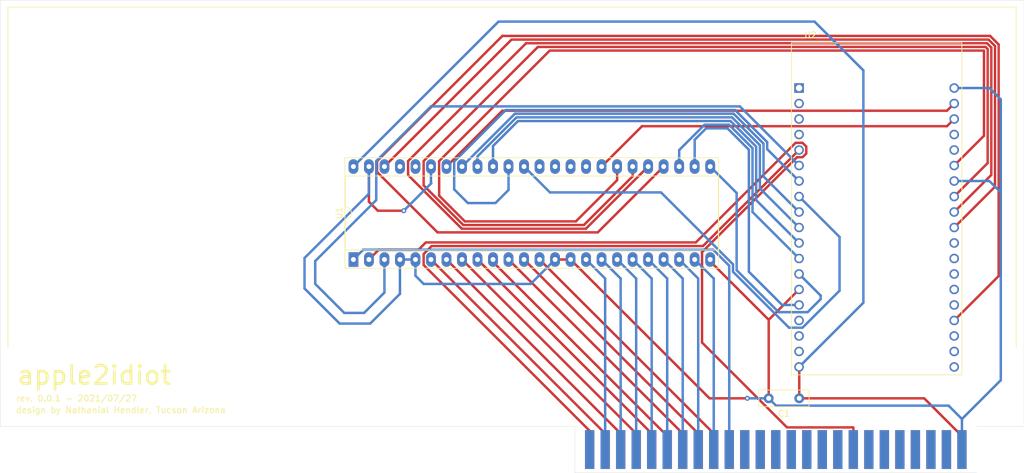
<source format=kicad_pcb>
(kicad_pcb (version 20171130) (host pcbnew 5.1.10-88a1d61d58~88~ubuntu18.04.1)

  (general
    (thickness 1.6)
    (drawings 13)
    (tracks 223)
    (zones 0)
    (modules 4)
    (nets 90)
  )

  (page A4)
  (title_block
    (title apple2idiot)
    (date 2021-07-27)
    (rev 1.0.1)
    (company "Nathanial Hendler")
  )

  (layers
    (0 F.Cu signal)
    (31 B.Cu signal)
    (32 B.Adhes user)
    (33 F.Adhes user)
    (34 B.Paste user)
    (35 F.Paste user)
    (36 B.SilkS user)
    (37 F.SilkS user hide)
    (38 B.Mask user)
    (39 F.Mask user)
    (40 Dwgs.User user)
    (41 Cmts.User user hide)
    (42 Eco1.User user hide)
    (43 Eco2.User user hide)
    (44 Edge.Cuts user)
    (45 Margin user)
    (46 B.CrtYd user)
    (47 F.CrtYd user)
    (48 B.Fab user)
    (49 F.Fab user)
  )

  (setup
    (last_trace_width 0.4)
    (user_trace_width 0.4)
    (user_trace_width 1)
    (trace_clearance 0.2)
    (zone_clearance 0.508)
    (zone_45_only no)
    (trace_min 0.2)
    (via_size 0.8)
    (via_drill 0.4)
    (via_min_size 0.4)
    (via_min_drill 0.3)
    (uvia_size 0.3)
    (uvia_drill 0.1)
    (uvias_allowed no)
    (uvia_min_size 0.2)
    (uvia_min_drill 0.1)
    (edge_width 0.05)
    (segment_width 0.2)
    (pcb_text_width 0.3)
    (pcb_text_size 1.5 1.5)
    (mod_edge_width 0.12)
    (mod_text_size 1 1)
    (mod_text_width 0.15)
    (pad_size 1.524 1.524)
    (pad_drill 0.762)
    (pad_to_mask_clearance 0.051)
    (solder_mask_min_width 0.25)
    (aux_axis_origin 0 0)
    (visible_elements FFFFFF7F)
    (pcbplotparams
      (layerselection 0x3ffff_ffffffff)
      (usegerberextensions false)
      (usegerberattributes false)
      (usegerberadvancedattributes false)
      (creategerberjobfile false)
      (excludeedgelayer true)
      (linewidth 0.100000)
      (plotframeref false)
      (viasonmask false)
      (mode 1)
      (useauxorigin false)
      (hpglpennumber 1)
      (hpglpenspeed 20)
      (hpglpendiameter 15.000000)
      (psnegative false)
      (psa4output false)
      (plotreference true)
      (plotvalue true)
      (plotinvisibletext false)
      (padsonsilk false)
      (subtractmaskfromsilk false)
      (outputformat 1)
      (mirror false)
      (drillshape 0)
      (scaleselection 1)
      (outputdirectory "gerber"))
  )

  (net 0 "")
  (net 1 /+12V)
  (net 2 /D0)
  (net 3 /D1)
  (net 4 /D2)
  (net 5 /D3)
  (net 6 /D4)
  (net 7 /D5)
  (net 8 /D6)
  (net 9 /D7)
  (net 10 /~DEVSEL)
  (net 11 /PHI0)
  (net 12 /USER1)
  (net 13 /PHI1)
  (net 14 /Q3)
  (net 15 /7M)
  (net 16 /COLORREF)
  (net 17 /-5V)
  (net 18 /-12V)
  (net 19 /~INH)
  (net 20 /~RES)
  (net 21 /~IRQ)
  (net 22 /~NMI)
  (net 23 /INTIN)
  (net 24 /DMAIN)
  (net 25 /~IOSEL)
  (net 26 /A0)
  (net 27 /A1)
  (net 28 /A2)
  (net 29 /A3)
  (net 30 /A4)
  (net 31 /A5)
  (net 32 /A6)
  (net 33 /A7)
  (net 34 /A8)
  (net 35 /A9)
  (net 36 /A10)
  (net 37 /A11)
  (net 38 /A12)
  (net 39 /A13)
  (net 40 /A14)
  (net 41 /A15)
  (net 42 /R~W)
  (net 43 /SYNC)
  (net 44 /~IOSTRB)
  (net 45 /RDY)
  (net 46 /~DMA)
  (net 47 /INTOUT)
  (net 48 /DMAOUT)
  (net 49 GND)
  (net 50 +5V)
  (net 51 "Net-(U1-Pad42)")
  (net 52 "Net-(U2-Pad36)")
  (net 53 "Net-(U2-Pad34)")
  (net 54 "Net-(U2-Pad33)")
  (net 55 "Net-(U2-Pad32)")
  (net 56 "Net-(U2-Pad31)")
  (net 57 "Net-(U2-Pad30)")
  (net 58 "Net-(U1-Pad46)")
  (net 59 "Net-(U1-Pad38)")
  (net 60 "Net-(U2-Pad24)")
  (net 61 "Net-(U2-Pad23)")
  (net 62 "Net-(U2-Pad18)")
  (net 63 "Net-(U2-Pad17)")
  (net 64 "Net-(U2-Pad16)")
  (net 65 "Net-(U1-Pad39)")
  (net 66 "Net-(U1-Pad40)")
  (net 67 "Net-(U1-Pad41)")
  (net 68 "Net-(U1-Pad3)")
  (net 69 "Net-(U1-Pad45)")
  (net 70 "Net-(U2-Pad4)")
  (net 71 "Net-(U2-Pad3)")
  (net 72 "Net-(U2-Pad2)")
  (net 73 "Net-(U1-Pad44)")
  (net 74 "Net-(U1-Pad37)")
  (net 75 "Net-(U1-Pad36)")
  (net 76 "Net-(U1-Pad35)")
  (net 77 "Net-(U1-Pad34)")
  (net 78 "Net-(U1-Pad33)")
  (net 79 "Net-(U1-Pad32)")
  (net 80 "Net-(U1-Pad31)")
  (net 81 "Net-(U1-Pad30)")
  (net 82 "Net-(U1-Pad29)")
  (net 83 "Net-(U1-Pad28)")
  (net 84 "Net-(U1-Pad27)")
  (net 85 "Net-(U1-Pad26)")
  (net 86 "Net-(U1-Pad25)")
  (net 87 "Net-(U2-Pad38)")
  (net 88 "Net-(U2-Pad37)")
  (net 89 "Net-(U2-Pad1)")

  (net_class Default "This is the default net class."
    (clearance 0.2)
    (trace_width 0.25)
    (via_dia 0.8)
    (via_drill 0.4)
    (uvia_dia 0.3)
    (uvia_drill 0.1)
    (add_net +5V)
    (add_net /+12V)
    (add_net /-12V)
    (add_net /-5V)
    (add_net /7M)
    (add_net /A0)
    (add_net /A1)
    (add_net /A10)
    (add_net /A11)
    (add_net /A12)
    (add_net /A13)
    (add_net /A14)
    (add_net /A15)
    (add_net /A2)
    (add_net /A3)
    (add_net /A4)
    (add_net /A5)
    (add_net /A6)
    (add_net /A7)
    (add_net /A8)
    (add_net /A9)
    (add_net /COLORREF)
    (add_net /D0)
    (add_net /D1)
    (add_net /D2)
    (add_net /D3)
    (add_net /D4)
    (add_net /D5)
    (add_net /D6)
    (add_net /D7)
    (add_net /DMAIN)
    (add_net /DMAOUT)
    (add_net /INTIN)
    (add_net /INTOUT)
    (add_net /PHI0)
    (add_net /PHI1)
    (add_net /Q3)
    (add_net /RDY)
    (add_net /R~W)
    (add_net /SYNC)
    (add_net /USER1)
    (add_net /~DEVSEL)
    (add_net /~DMA)
    (add_net /~INH)
    (add_net /~IOSEL)
    (add_net /~IOSTRB)
    (add_net /~IRQ)
    (add_net /~NMI)
    (add_net /~RES)
    (add_net GND)
    (add_net "Net-(U1-Pad25)")
    (add_net "Net-(U1-Pad26)")
    (add_net "Net-(U1-Pad27)")
    (add_net "Net-(U1-Pad28)")
    (add_net "Net-(U1-Pad29)")
    (add_net "Net-(U1-Pad3)")
    (add_net "Net-(U1-Pad30)")
    (add_net "Net-(U1-Pad31)")
    (add_net "Net-(U1-Pad32)")
    (add_net "Net-(U1-Pad33)")
    (add_net "Net-(U1-Pad34)")
    (add_net "Net-(U1-Pad35)")
    (add_net "Net-(U1-Pad36)")
    (add_net "Net-(U1-Pad37)")
    (add_net "Net-(U1-Pad38)")
    (add_net "Net-(U1-Pad39)")
    (add_net "Net-(U1-Pad40)")
    (add_net "Net-(U1-Pad41)")
    (add_net "Net-(U1-Pad42)")
    (add_net "Net-(U1-Pad44)")
    (add_net "Net-(U1-Pad45)")
    (add_net "Net-(U1-Pad46)")
    (add_net "Net-(U2-Pad1)")
    (add_net "Net-(U2-Pad16)")
    (add_net "Net-(U2-Pad17)")
    (add_net "Net-(U2-Pad18)")
    (add_net "Net-(U2-Pad2)")
    (add_net "Net-(U2-Pad23)")
    (add_net "Net-(U2-Pad24)")
    (add_net "Net-(U2-Pad3)")
    (add_net "Net-(U2-Pad30)")
    (add_net "Net-(U2-Pad31)")
    (add_net "Net-(U2-Pad32)")
    (add_net "Net-(U2-Pad33)")
    (add_net "Net-(U2-Pad34)")
    (add_net "Net-(U2-Pad36)")
    (add_net "Net-(U2-Pad37)")
    (add_net "Net-(U2-Pad38)")
    (add_net "Net-(U2-Pad4)")
  )

  (module ESPDEVKIT:MODULE_ESP32-DEVKITC-32D (layer F.Cu) (tedit 6100DBC9) (tstamp 61015E67)
    (at 217.17 88.9)
    (path /613EE5FC)
    (fp_text reference U2 (at -10.829175 -28.446045) (layer F.SilkS)
      (effects (font (size 1.000386 1.000386) (thickness 0.15)))
    )
    (fp_text value ESP32-DEVKITC-32D (at 1.24136 28.294535) (layer F.Fab)
      (effects (font (size 1.001047 1.001047) (thickness 0.15)))
    )
    (fp_circle (center -14.6 -19.9) (end -14.46 -19.9) (layer F.Fab) (width 0.28))
    (fp_circle (center -14.6 -19.9) (end -14.46 -19.9) (layer F.Fab) (width 0.28))
    (fp_line (start -14.2 27.5) (end -14.2 -27.4) (layer F.CrtYd) (width 0.05))
    (fp_line (start 14.2 27.5) (end -14.2 27.5) (layer F.CrtYd) (width 0.05))
    (fp_line (start 14.2 -27.4) (end 14.2 27.5) (layer F.CrtYd) (width 0.05))
    (fp_line (start -14.2 -27.4) (end 14.2 -27.4) (layer F.CrtYd) (width 0.05))
    (fp_line (start 13.95 27.25) (end -13.95 27.25) (layer F.SilkS) (width 0.127))
    (fp_line (start 13.95 -27.15) (end 13.95 27.25) (layer F.SilkS) (width 0.127))
    (fp_line (start -13.95 -27.15) (end 13.95 -27.15) (layer F.SilkS) (width 0.127))
    (fp_line (start -13.95 27.25) (end -13.95 -27.15) (layer F.SilkS) (width 0.127))
    (fp_line (start -13.95 27.25) (end -13.95 -27.15) (layer F.Fab) (width 0.127))
    (fp_line (start 13.95 27.25) (end -13.95 27.25) (layer F.Fab) (width 0.127))
    (fp_line (start 13.95 -27.15) (end 13.95 27.25) (layer F.Fab) (width 0.127))
    (fp_line (start -13.95 -27.15) (end 13.95 -27.15) (layer F.Fab) (width 0.127))
    (pad 38 thru_hole circle (at 12.7 25.96) (size 1.56 1.56) (drill 1.04) (layers *.Cu *.Mask)
      (net 87 "Net-(U2-Pad38)"))
    (pad 37 thru_hole circle (at 12.7 23.42) (size 1.56 1.56) (drill 1.04) (layers *.Cu *.Mask)
      (net 88 "Net-(U2-Pad37)"))
    (pad 36 thru_hole circle (at 12.7 20.88) (size 1.56 1.56) (drill 1.04) (layers *.Cu *.Mask)
      (net 52 "Net-(U2-Pad36)"))
    (pad 35 thru_hole circle (at 12.7 18.34) (size 1.56 1.56) (drill 1.04) (layers *.Cu *.Mask)
      (net 83 "Net-(U1-Pad28)"))
    (pad 34 thru_hole circle (at 12.7 15.8) (size 1.56 1.56) (drill 1.04) (layers *.Cu *.Mask)
      (net 53 "Net-(U2-Pad34)"))
    (pad 33 thru_hole circle (at 12.7 13.26) (size 1.56 1.56) (drill 1.04) (layers *.Cu *.Mask)
      (net 54 "Net-(U2-Pad33)"))
    (pad 32 thru_hole circle (at 12.7 10.72) (size 1.56 1.56) (drill 1.04) (layers *.Cu *.Mask)
      (net 55 "Net-(U2-Pad32)"))
    (pad 31 thru_hole circle (at 12.7 8.18) (size 1.56 1.56) (drill 1.04) (layers *.Cu *.Mask)
      (net 56 "Net-(U2-Pad31)"))
    (pad 30 thru_hole circle (at 12.7 5.64) (size 1.56 1.56) (drill 1.04) (layers *.Cu *.Mask)
      (net 57 "Net-(U2-Pad30)"))
    (pad 29 thru_hole circle (at 12.7 3.1) (size 1.56 1.56) (drill 1.04) (layers *.Cu *.Mask)
      (net 58 "Net-(U1-Pad46)"))
    (pad 28 thru_hole circle (at 12.7 0.56) (size 1.56 1.56) (drill 1.04) (layers *.Cu *.Mask)
      (net 82 "Net-(U1-Pad29)"))
    (pad 27 thru_hole circle (at 12.7 -1.98) (size 1.56 1.56) (drill 1.04) (layers *.Cu *.Mask)
      (net 81 "Net-(U1-Pad30)"))
    (pad 26 thru_hole circle (at 12.7 -4.52) (size 1.56 1.56) (drill 1.04) (layers *.Cu *.Mask)
      (net 49 GND))
    (pad 25 thru_hole circle (at 12.7 -7.06) (size 1.56 1.56) (drill 1.04) (layers *.Cu *.Mask)
      (net 80 "Net-(U1-Pad31)"))
    (pad 24 thru_hole circle (at 12.7 -9.6) (size 1.56 1.56) (drill 1.04) (layers *.Cu *.Mask)
      (net 60 "Net-(U2-Pad24)"))
    (pad 23 thru_hole circle (at 12.7 -12.14) (size 1.56 1.56) (drill 1.04) (layers *.Cu *.Mask)
      (net 61 "Net-(U2-Pad23)"))
    (pad 22 thru_hole circle (at 12.7 -14.68) (size 1.56 1.56) (drill 1.04) (layers *.Cu *.Mask)
      (net 79 "Net-(U1-Pad32)"))
    (pad 21 thru_hole circle (at 12.7 -17.22) (size 1.56 1.56) (drill 1.04) (layers *.Cu *.Mask)
      (net 51 "Net-(U1-Pad42)"))
    (pad 20 thru_hole circle (at 12.7 -19.76) (size 1.56 1.56) (drill 1.04) (layers *.Cu *.Mask)
      (net 49 GND))
    (pad 18 thru_hole circle (at -12.7 23.42) (size 1.56 1.56) (drill 1.04) (layers *.Cu *.Mask)
      (net 62 "Net-(U2-Pad18)"))
    (pad 17 thru_hole circle (at -12.7 20.88) (size 1.56 1.56) (drill 1.04) (layers *.Cu *.Mask)
      (net 63 "Net-(U2-Pad17)"))
    (pad 16 thru_hole circle (at -12.7 18.34) (size 1.56 1.56) (drill 1.04) (layers *.Cu *.Mask)
      (net 64 "Net-(U2-Pad16)"))
    (pad 15 thru_hole circle (at -12.7 15.8) (size 1.56 1.56) (drill 1.04) (layers *.Cu *.Mask)
      (net 85 "Net-(U1-Pad26)"))
    (pad 14 thru_hole circle (at -12.7 13.26) (size 1.56 1.56) (drill 1.04) (layers *.Cu *.Mask)
      (net 49 GND))
    (pad 13 thru_hole circle (at -12.7 10.72) (size 1.56 1.56) (drill 1.04) (layers *.Cu *.Mask)
      (net 86 "Net-(U1-Pad25)"))
    (pad 12 thru_hole circle (at -12.7 8.18) (size 1.56 1.56) (drill 1.04) (layers *.Cu *.Mask)
      (net 84 "Net-(U1-Pad27)"))
    (pad 11 thru_hole circle (at -12.7 5.64) (size 1.56 1.56) (drill 1.04) (layers *.Cu *.Mask)
      (net 65 "Net-(U1-Pad39)"))
    (pad 10 thru_hole circle (at -12.7 3.1) (size 1.56 1.56) (drill 1.04) (layers *.Cu *.Mask)
      (net 66 "Net-(U1-Pad40)"))
    (pad 9 thru_hole circle (at -12.7 0.56) (size 1.56 1.56) (drill 1.04) (layers *.Cu *.Mask)
      (net 67 "Net-(U1-Pad41)"))
    (pad 8 thru_hole circle (at -12.7 -1.98) (size 1.56 1.56) (drill 1.04) (layers *.Cu *.Mask)
      (net 74 "Net-(U1-Pad37)"))
    (pad 7 thru_hole circle (at -12.7 -4.52) (size 1.56 1.56) (drill 1.04) (layers *.Cu *.Mask)
      (net 59 "Net-(U1-Pad38)"))
    (pad 6 thru_hole circle (at -12.7 -7.06) (size 1.56 1.56) (drill 1.04) (layers *.Cu *.Mask)
      (net 68 "Net-(U1-Pad3)"))
    (pad 5 thru_hole circle (at -12.7 -9.6) (size 1.56 1.56) (drill 1.04) (layers *.Cu *.Mask)
      (net 25 /~IOSEL))
    (pad 4 thru_hole circle (at -12.7 -12.14) (size 1.56 1.56) (drill 1.04) (layers *.Cu *.Mask)
      (net 70 "Net-(U2-Pad4)"))
    (pad 3 thru_hole circle (at -12.7 -14.68) (size 1.56 1.56) (drill 1.04) (layers *.Cu *.Mask)
      (net 71 "Net-(U2-Pad3)"))
    (pad 19 thru_hole circle (at -12.7 25.96) (size 1.56 1.56) (drill 1.04) (layers *.Cu *.Mask)
      (net 50 +5V))
    (pad 2 thru_hole circle (at -12.7 -17.22) (size 1.56 1.56) (drill 1.04) (layers *.Cu *.Mask)
      (net 72 "Net-(U2-Pad2)"))
    (pad 1 thru_hole rect (at -12.7 -19.76) (size 1.56 1.56) (drill 1.04) (layers *.Cu *.Mask)
      (net 89 "Net-(U2-Pad1)"))
  )

  (module pub:AppleIIBus (layer F.Cu) (tedit 5E4F43C2) (tstamp 5E33EA12)
    (at 200.66 128.397)
    (path /5E339C7A)
    (fp_text reference J1 (at 0 -5.08) (layer F.SilkS) hide
      (effects (font (size 1 1) (thickness 0.15)))
    )
    (fp_text value "CARD EDGE" (at 25.4 -5.08) (layer F.Fab)
      (effects (font (size 1 1) (thickness 0.15)))
    )
    (fp_poly (pts (xy -32.893 -3.81) (xy -32.893 3.81) (xy -31.877 3.81) (xy -31.877 -3.81)) (layer F.Mask) (width 0))
    (fp_poly (pts (xy 32.893 -3.81) (xy 31.877 -3.81) (xy 31.877 3.81) (xy 32.893 3.81)) (layer F.Mask) (width 0))
    (fp_poly (pts (xy -32.893 -3.81) (xy -32.893 3.81) (xy -31.877 3.81) (xy -31.877 -3.81)) (layer B.Mask) (width 0))
    (fp_poly (pts (xy 32.893 -3.81) (xy 31.877 -3.81) (xy 31.877 3.81) (xy 32.893 3.81)) (layer B.Mask) (width 0))
    (pad 26 smd rect (at 30.48 0) (size 1.524 6.35) (layers B.Cu B.Mask)
      (net 49 GND) (solder_mask_margin 0.635) (clearance 0.254))
    (pad 27 smd rect (at 27.94 0) (size 1.524 6.35) (layers B.Cu B.Mask)
      (net 24 /DMAIN) (solder_mask_margin 0.635) (clearance 0.254))
    (pad 28 smd rect (at 25.4 0) (size 1.524 6.35) (layers B.Cu B.Mask)
      (net 23 /INTIN) (solder_mask_margin 0.635) (clearance 0.254))
    (pad 29 smd rect (at 22.86 0) (size 1.524 6.35) (layers B.Cu B.Mask)
      (net 22 /~NMI) (solder_mask_margin 0.635) (clearance 0.254))
    (pad 30 smd rect (at 20.32 0) (size 1.524 6.35) (layers B.Cu B.Mask)
      (net 21 /~IRQ) (solder_mask_margin 0.635) (clearance 0.254))
    (pad 31 smd rect (at 17.78 0) (size 1.524 6.35) (layers B.Cu B.Mask)
      (net 20 /~RES) (solder_mask_margin 0.635) (clearance 0.254))
    (pad 32 smd rect (at 15.24 0) (size 1.524 6.35) (layers B.Cu B.Mask)
      (net 19 /~INH) (solder_mask_margin 0.635) (clearance 0.254))
    (pad 33 smd rect (at 12.7 0) (size 1.524 6.35) (layers B.Cu B.Mask)
      (net 18 /-12V) (solder_mask_margin 0.635) (clearance 0.254))
    (pad 34 smd rect (at 10.16 0) (size 1.524 6.35) (layers B.Cu B.Mask)
      (net 17 /-5V) (solder_mask_margin 0.635) (clearance 0.254))
    (pad 35 smd rect (at 7.62 0) (size 1.524 6.35) (layers B.Cu B.Mask)
      (net 16 /COLORREF) (solder_mask_margin 0.635) (clearance 0.254))
    (pad 36 smd rect (at 5.08 0) (size 1.524 6.35) (layers B.Cu B.Mask)
      (net 15 /7M) (solder_mask_margin 0.635) (clearance 0.254))
    (pad 37 smd rect (at 2.54 0) (size 1.524 6.35) (layers B.Cu B.Mask)
      (net 14 /Q3) (solder_mask_margin 0.635) (clearance 0.254))
    (pad 38 smd rect (at 0 0) (size 1.524 6.35) (layers B.Cu B.Mask)
      (net 13 /PHI1) (solder_mask_margin 0.635) (clearance 0.254))
    (pad 39 smd rect (at -2.54 0) (size 1.524 6.35) (layers B.Cu B.Mask)
      (net 12 /USER1) (solder_mask_margin 0.635) (clearance 0.254))
    (pad 40 smd rect (at -5.08 0) (size 1.524 6.35) (layers B.Cu B.Mask)
      (net 11 /PHI0) (solder_mask_margin 0.635) (clearance 0.254))
    (pad 41 smd rect (at -7.62 0) (size 1.524 6.35) (layers B.Cu B.Mask)
      (net 10 /~DEVSEL) (solder_mask_margin 0.635) (clearance 0.254))
    (pad 42 smd rect (at -10.16 0) (size 1.524 6.35) (layers B.Cu B.Mask)
      (net 9 /D7) (solder_mask_margin 0.635) (clearance 0.254))
    (pad 43 smd rect (at -12.7 0) (size 1.524 6.35) (layers B.Cu B.Mask)
      (net 8 /D6) (solder_mask_margin 0.635) (clearance 0.254))
    (pad 44 smd rect (at -15.24 0) (size 1.524 6.35) (layers B.Cu B.Mask)
      (net 7 /D5) (solder_mask_margin 0.635) (clearance 0.254))
    (pad 45 smd rect (at -17.78 0) (size 1.524 6.35) (layers B.Cu B.Mask)
      (net 6 /D4) (solder_mask_margin 0.635) (clearance 0.254))
    (pad 46 smd rect (at -20.32 0) (size 1.524 6.35) (layers B.Cu B.Mask)
      (net 5 /D3) (solder_mask_margin 0.635) (clearance 0.254))
    (pad 47 smd rect (at -22.86 0) (size 1.524 6.35) (layers B.Cu B.Mask)
      (net 4 /D2) (solder_mask_margin 0.635) (clearance 0.254))
    (pad 48 smd rect (at -25.4 0) (size 1.524 6.35) (layers B.Cu B.Mask)
      (net 3 /D1) (solder_mask_margin 0.635) (clearance 0.254))
    (pad 49 smd rect (at -27.94 0) (size 1.524 6.35) (layers B.Cu B.Mask)
      (net 2 /D0) (solder_mask_margin 0.635) (clearance 0.254))
    (pad 50 smd rect (at -30.48 0) (size 1.524 6.35) (layers B.Cu B.Mask)
      (net 1 /+12V) (solder_mask_margin 0.635) (clearance 0.254))
    (pad 25 smd rect (at 30.48 0) (size 1.524 6.35) (layers F.Cu F.Mask)
      (net 50 +5V) (solder_mask_margin 0.635) (clearance 0.254))
    (pad 24 smd rect (at 27.94 0) (size 1.524 6.35) (layers F.Cu F.Mask)
      (net 48 /DMAOUT) (solder_mask_margin 0.635) (clearance 0.254))
    (pad 23 smd rect (at 25.4 0) (size 1.524 6.35) (layers F.Cu F.Mask)
      (net 47 /INTOUT) (solder_mask_margin 0.635) (clearance 0.254))
    (pad 22 smd rect (at 22.86 0) (size 1.524 6.35) (layers F.Cu F.Mask)
      (net 46 /~DMA) (solder_mask_margin 0.635) (clearance 0.254))
    (pad 21 smd rect (at 20.32 0) (size 1.524 6.35) (layers F.Cu F.Mask)
      (net 45 /RDY) (solder_mask_margin 0.635) (clearance 0.254))
    (pad 20 smd rect (at 17.78 0) (size 1.524 6.35) (layers F.Cu F.Mask)
      (net 44 /~IOSTRB) (solder_mask_margin 0.635) (clearance 0.254))
    (pad 19 smd rect (at 15.24 0) (size 1.524 6.35) (layers F.Cu F.Mask)
      (net 43 /SYNC) (solder_mask_margin 0.635) (clearance 0.254))
    (pad 18 smd rect (at 12.7 0) (size 1.524 6.35) (layers F.Cu F.Mask)
      (net 42 /R~W) (solder_mask_margin 0.635) (clearance 0.254))
    (pad 17 smd rect (at 10.16 0) (size 1.524 6.35) (layers F.Cu F.Mask)
      (net 41 /A15) (solder_mask_margin 0.635) (clearance 0.254))
    (pad 16 smd rect (at 7.62 0) (size 1.524 6.35) (layers F.Cu F.Mask)
      (net 40 /A14) (solder_mask_margin 0.635) (clearance 0.254))
    (pad 15 smd rect (at 5.08 0) (size 1.524 6.35) (layers F.Cu F.Mask)
      (net 39 /A13) (solder_mask_margin 0.635) (clearance 0.254))
    (pad 14 smd rect (at 2.54 0) (size 1.524 6.35) (layers F.Cu F.Mask)
      (net 38 /A12) (solder_mask_margin 0.635) (clearance 0.254))
    (pad 13 smd rect (at 0 0) (size 1.524 6.35) (layers F.Cu F.Mask)
      (net 37 /A11) (solder_mask_margin 0.635) (clearance 0.254))
    (pad 12 smd rect (at -2.54 0) (size 1.524 6.35) (layers F.Cu F.Mask)
      (net 36 /A10) (solder_mask_margin 0.635) (clearance 0.254))
    (pad 11 smd rect (at -5.08 0) (size 1.524 6.35) (layers F.Cu F.Mask)
      (net 35 /A9) (solder_mask_margin 0.635) (clearance 0.254))
    (pad 10 smd rect (at -7.62 0) (size 1.524 6.35) (layers F.Cu F.Mask)
      (net 34 /A8) (solder_mask_margin 0.635) (clearance 0.254))
    (pad 9 smd rect (at -10.16 0) (size 1.524 6.35) (layers F.Cu F.Mask)
      (net 33 /A7) (solder_mask_margin 0.635) (clearance 0.254))
    (pad 8 smd rect (at -12.7 0) (size 1.524 6.35) (layers F.Cu F.Mask)
      (net 32 /A6) (solder_mask_margin 0.635) (clearance 0.254))
    (pad 7 smd rect (at -15.24 0) (size 1.524 6.35) (layers F.Cu F.Mask)
      (net 31 /A5) (solder_mask_margin 0.635) (clearance 0.254))
    (pad 6 smd rect (at -17.78 0) (size 1.524 6.35) (layers F.Cu F.Mask)
      (net 30 /A4) (solder_mask_margin 0.635) (clearance 0.254))
    (pad 5 smd rect (at -20.32 0) (size 1.524 6.35) (layers F.Cu F.Mask)
      (net 29 /A3) (solder_mask_margin 0.635) (clearance 0.254))
    (pad 4 smd rect (at -22.86 0) (size 1.524 6.35) (layers F.Cu F.Mask)
      (net 28 /A2) (solder_mask_margin 0.635) (clearance 0.254))
    (pad 3 smd rect (at -25.4 0) (size 1.524 6.35) (layers F.Cu F.Mask)
      (net 27 /A1) (solder_mask_margin 0.635) (clearance 0.254))
    (pad 2 smd rect (at -27.94 0) (size 1.524 6.35) (layers F.Cu F.Mask)
      (net 26 /A0) (solder_mask_margin 0.635) (clearance 0.254))
    (pad 1 smd rect (at -30.48 0) (size 1.524 6.35) (layers F.Cu F.Mask)
      (net 25 /~IOSEL) (solder_mask_margin 0.635) (clearance 0.254))
  )

  (module Capacitor_THT:C_Disc_D8.0mm_W2.5mm_P5.00mm (layer F.Cu) (tedit 5AE50EF0) (tstamp 61017937)
    (at 204.5 120 180)
    (descr "C, Disc series, Radial, pin pitch=5.00mm, , diameter*width=8*2.5mm^2, Capacitor, http://cdn-reichelt.de/documents/datenblatt/B300/DS_KERKO_TC.pdf")
    (tags "C Disc series Radial pin pitch 5.00mm  diameter 8mm width 2.5mm Capacitor")
    (path /6103513B)
    (fp_text reference C1 (at 2.5 -2.5) (layer F.SilkS)
      (effects (font (size 1 1) (thickness 0.15)))
    )
    (fp_text value C (at 2.5 2.5) (layer F.Fab)
      (effects (font (size 1 1) (thickness 0.15)))
    )
    (fp_line (start -1.5 -1.25) (end -1.5 1.25) (layer F.Fab) (width 0.1))
    (fp_line (start -1.5 1.25) (end 6.5 1.25) (layer F.Fab) (width 0.1))
    (fp_line (start 6.5 1.25) (end 6.5 -1.25) (layer F.Fab) (width 0.1))
    (fp_line (start 6.5 -1.25) (end -1.5 -1.25) (layer F.Fab) (width 0.1))
    (fp_line (start -1.62 -1.37) (end 6.62 -1.37) (layer F.SilkS) (width 0.12))
    (fp_line (start -1.62 1.37) (end 6.62 1.37) (layer F.SilkS) (width 0.12))
    (fp_line (start -1.62 -1.37) (end -1.62 1.37) (layer F.SilkS) (width 0.12))
    (fp_line (start 6.62 -1.37) (end 6.62 1.37) (layer F.SilkS) (width 0.12))
    (fp_line (start -1.75 -1.5) (end -1.75 1.5) (layer F.CrtYd) (width 0.05))
    (fp_line (start -1.75 1.5) (end 6.75 1.5) (layer F.CrtYd) (width 0.05))
    (fp_line (start 6.75 1.5) (end 6.75 -1.5) (layer F.CrtYd) (width 0.05))
    (fp_line (start 6.75 -1.5) (end -1.75 -1.5) (layer F.CrtYd) (width 0.05))
    (fp_text user %R (at 2.5 0) (layer F.Fab)
      (effects (font (size 1 1) (thickness 0.15)))
    )
    (pad 2 thru_hole circle (at 5 0 180) (size 1.6 1.6) (drill 0.8) (layers *.Cu *.Mask)
      (net 49 GND))
    (pad 1 thru_hole circle (at 0 0 180) (size 1.6 1.6) (drill 0.8) (layers *.Cu *.Mask)
      (net 50 +5V))
    (model ${KISYS3DMOD}/Capacitor_THT.3dshapes/C_Disc_D8.0mm_W2.5mm_P5.00mm.wrl
      (at (xyz 0 0 0))
      (scale (xyz 1 1 1))
      (rotate (xyz 0 0 0))
    )
  )

  (module Package_DIP:DIP-48_W15.24mm_Socket_LongPads (layer F.Cu) (tedit 5A02E8C5) (tstamp 6101CB7E)
    (at 131.5 97.25 90)
    (descr "48-lead though-hole mounted DIP package, row spacing 15.24 mm (600 mils), Socket, LongPads")
    (tags "THT DIP DIL PDIP 2.54mm 15.24mm 600mil Socket LongPads")
    (path /6102DC5C)
    (fp_text reference U1 (at 7.62 -2.33 90) (layer F.SilkS)
      (effects (font (size 1 1) (thickness 0.15)))
    )
    (fp_text value IDT7132 (at 7.62 60.75 90) (layer F.Fab)
      (effects (font (size 1 1) (thickness 0.15)))
    )
    (fp_line (start 1.255 -1.27) (end 14.985 -1.27) (layer F.Fab) (width 0.1))
    (fp_line (start 14.985 -1.27) (end 14.985 59.69) (layer F.Fab) (width 0.1))
    (fp_line (start 14.985 59.69) (end 0.255 59.69) (layer F.Fab) (width 0.1))
    (fp_line (start 0.255 59.69) (end 0.255 -0.27) (layer F.Fab) (width 0.1))
    (fp_line (start 0.255 -0.27) (end 1.255 -1.27) (layer F.Fab) (width 0.1))
    (fp_line (start -1.27 -1.33) (end -1.27 59.75) (layer F.Fab) (width 0.1))
    (fp_line (start -1.27 59.75) (end 16.51 59.75) (layer F.Fab) (width 0.1))
    (fp_line (start 16.51 59.75) (end 16.51 -1.33) (layer F.Fab) (width 0.1))
    (fp_line (start 16.51 -1.33) (end -1.27 -1.33) (layer F.Fab) (width 0.1))
    (fp_line (start 6.62 -1.33) (end 1.56 -1.33) (layer F.SilkS) (width 0.12))
    (fp_line (start 1.56 -1.33) (end 1.56 59.75) (layer F.SilkS) (width 0.12))
    (fp_line (start 1.56 59.75) (end 13.68 59.75) (layer F.SilkS) (width 0.12))
    (fp_line (start 13.68 59.75) (end 13.68 -1.33) (layer F.SilkS) (width 0.12))
    (fp_line (start 13.68 -1.33) (end 8.62 -1.33) (layer F.SilkS) (width 0.12))
    (fp_line (start -1.44 -1.39) (end -1.44 59.81) (layer F.SilkS) (width 0.12))
    (fp_line (start -1.44 59.81) (end 16.68 59.81) (layer F.SilkS) (width 0.12))
    (fp_line (start 16.68 59.81) (end 16.68 -1.39) (layer F.SilkS) (width 0.12))
    (fp_line (start 16.68 -1.39) (end -1.44 -1.39) (layer F.SilkS) (width 0.12))
    (fp_line (start -1.55 -1.6) (end -1.55 60) (layer F.CrtYd) (width 0.05))
    (fp_line (start -1.55 60) (end 16.8 60) (layer F.CrtYd) (width 0.05))
    (fp_line (start 16.8 60) (end 16.8 -1.6) (layer F.CrtYd) (width 0.05))
    (fp_line (start 16.8 -1.6) (end -1.55 -1.6) (layer F.CrtYd) (width 0.05))
    (fp_text user %R (at 7.62 29.21 90) (layer F.Fab)
      (effects (font (size 1 1) (thickness 0.15)))
    )
    (fp_arc (start 7.62 -1.33) (end 6.62 -1.33) (angle -180) (layer F.SilkS) (width 0.12))
    (pad 48 thru_hole oval (at 15.24 0 90) (size 2.4 1.6) (drill 0.8) (layers *.Cu *.Mask)
      (net 50 +5V))
    (pad 24 thru_hole oval (at 0 58.42 90) (size 2.4 1.6) (drill 0.8) (layers *.Cu *.Mask)
      (net 49 GND))
    (pad 47 thru_hole oval (at 15.24 2.54 90) (size 2.4 1.6) (drill 0.8) (layers *.Cu *.Mask)
      (net 49 GND))
    (pad 23 thru_hole oval (at 0 55.88 90) (size 2.4 1.6) (drill 0.8) (layers *.Cu *.Mask)
      (net 9 /D7))
    (pad 46 thru_hole oval (at 15.24 5.08 90) (size 2.4 1.6) (drill 0.8) (layers *.Cu *.Mask)
      (net 58 "Net-(U1-Pad46)"))
    (pad 22 thru_hole oval (at 0 53.34 90) (size 2.4 1.6) (drill 0.8) (layers *.Cu *.Mask)
      (net 8 /D6))
    (pad 45 thru_hole oval (at 15.24 7.62 90) (size 2.4 1.6) (drill 0.8) (layers *.Cu *.Mask)
      (net 69 "Net-(U1-Pad45)"))
    (pad 21 thru_hole oval (at 0 50.8 90) (size 2.4 1.6) (drill 0.8) (layers *.Cu *.Mask)
      (net 7 /D5))
    (pad 44 thru_hole oval (at 15.24 10.16 90) (size 2.4 1.6) (drill 0.8) (layers *.Cu *.Mask)
      (net 73 "Net-(U1-Pad44)"))
    (pad 20 thru_hole oval (at 0 48.26 90) (size 2.4 1.6) (drill 0.8) (layers *.Cu *.Mask)
      (net 6 /D4))
    (pad 43 thru_hole oval (at 15.24 12.7 90) (size 2.4 1.6) (drill 0.8) (layers *.Cu *.Mask)
      (net 49 GND))
    (pad 19 thru_hole oval (at 0 45.72 90) (size 2.4 1.6) (drill 0.8) (layers *.Cu *.Mask)
      (net 5 /D3))
    (pad 42 thru_hole oval (at 15.24 15.24 90) (size 2.4 1.6) (drill 0.8) (layers *.Cu *.Mask)
      (net 51 "Net-(U1-Pad42)"))
    (pad 18 thru_hole oval (at 0 43.18 90) (size 2.4 1.6) (drill 0.8) (layers *.Cu *.Mask)
      (net 4 /D2))
    (pad 41 thru_hole oval (at 15.24 17.78 90) (size 2.4 1.6) (drill 0.8) (layers *.Cu *.Mask)
      (net 67 "Net-(U1-Pad41)"))
    (pad 17 thru_hole oval (at 0 40.64 90) (size 2.4 1.6) (drill 0.8) (layers *.Cu *.Mask)
      (net 3 /D1))
    (pad 40 thru_hole oval (at 15.24 20.32 90) (size 2.4 1.6) (drill 0.8) (layers *.Cu *.Mask)
      (net 66 "Net-(U1-Pad40)"))
    (pad 16 thru_hole oval (at 0 38.1 90) (size 2.4 1.6) (drill 0.8) (layers *.Cu *.Mask)
      (net 2 /D0))
    (pad 39 thru_hole oval (at 15.24 22.86 90) (size 2.4 1.6) (drill 0.8) (layers *.Cu *.Mask)
      (net 65 "Net-(U1-Pad39)"))
    (pad 15 thru_hole oval (at 0 35.56 90) (size 2.4 1.6) (drill 0.8) (layers *.Cu *.Mask)
      (net 49 GND))
    (pad 38 thru_hole oval (at 15.24 25.4 90) (size 2.4 1.6) (drill 0.8) (layers *.Cu *.Mask)
      (net 59 "Net-(U1-Pad38)"))
    (pad 14 thru_hole oval (at 0 33.02 90) (size 2.4 1.6) (drill 0.8) (layers *.Cu *.Mask)
      (net 49 GND))
    (pad 37 thru_hole oval (at 15.24 27.94 90) (size 2.4 1.6) (drill 0.8) (layers *.Cu *.Mask)
      (net 74 "Net-(U1-Pad37)"))
    (pad 13 thru_hole oval (at 0 30.48 90) (size 2.4 1.6) (drill 0.8) (layers *.Cu *.Mask)
      (net 33 /A7))
    (pad 36 thru_hole oval (at 15.24 30.48 90) (size 2.4 1.6) (drill 0.8) (layers *.Cu *.Mask)
      (net 75 "Net-(U1-Pad36)"))
    (pad 12 thru_hole oval (at 0 27.94 90) (size 2.4 1.6) (drill 0.8) (layers *.Cu *.Mask)
      (net 32 /A6))
    (pad 35 thru_hole oval (at 15.24 33.02 90) (size 2.4 1.6) (drill 0.8) (layers *.Cu *.Mask)
      (net 76 "Net-(U1-Pad35)"))
    (pad 11 thru_hole oval (at 0 25.4 90) (size 2.4 1.6) (drill 0.8) (layers *.Cu *.Mask)
      (net 31 /A5))
    (pad 34 thru_hole oval (at 15.24 35.56 90) (size 2.4 1.6) (drill 0.8) (layers *.Cu *.Mask)
      (net 77 "Net-(U1-Pad34)"))
    (pad 10 thru_hole oval (at 0 22.86 90) (size 2.4 1.6) (drill 0.8) (layers *.Cu *.Mask)
      (net 30 /A4))
    (pad 33 thru_hole oval (at 15.24 38.1 90) (size 2.4 1.6) (drill 0.8) (layers *.Cu *.Mask)
      (net 78 "Net-(U1-Pad33)"))
    (pad 9 thru_hole oval (at 0 20.32 90) (size 2.4 1.6) (drill 0.8) (layers *.Cu *.Mask)
      (net 29 /A3))
    (pad 32 thru_hole oval (at 15.24 40.64 90) (size 2.4 1.6) (drill 0.8) (layers *.Cu *.Mask)
      (net 79 "Net-(U1-Pad32)"))
    (pad 8 thru_hole oval (at 0 17.78 90) (size 2.4 1.6) (drill 0.8) (layers *.Cu *.Mask)
      (net 28 /A2))
    (pad 31 thru_hole oval (at 15.24 43.18 90) (size 2.4 1.6) (drill 0.8) (layers *.Cu *.Mask)
      (net 80 "Net-(U1-Pad31)"))
    (pad 7 thru_hole oval (at 0 15.24 90) (size 2.4 1.6) (drill 0.8) (layers *.Cu *.Mask)
      (net 27 /A1))
    (pad 30 thru_hole oval (at 15.24 45.72 90) (size 2.4 1.6) (drill 0.8) (layers *.Cu *.Mask)
      (net 81 "Net-(U1-Pad30)"))
    (pad 6 thru_hole oval (at 0 12.7 90) (size 2.4 1.6) (drill 0.8) (layers *.Cu *.Mask)
      (net 26 /A0))
    (pad 29 thru_hole oval (at 15.24 48.26 90) (size 2.4 1.6) (drill 0.8) (layers *.Cu *.Mask)
      (net 82 "Net-(U1-Pad29)"))
    (pad 5 thru_hole oval (at 0 10.16 90) (size 2.4 1.6) (drill 0.8) (layers *.Cu *.Mask)
      (net 49 GND))
    (pad 28 thru_hole oval (at 15.24 50.8 90) (size 2.4 1.6) (drill 0.8) (layers *.Cu *.Mask)
      (net 83 "Net-(U1-Pad28)"))
    (pad 4 thru_hole oval (at 0 7.62 90) (size 2.4 1.6) (drill 0.8) (layers *.Cu *.Mask)
      (net 49 GND))
    (pad 27 thru_hole oval (at 15.24 53.34 90) (size 2.4 1.6) (drill 0.8) (layers *.Cu *.Mask)
      (net 84 "Net-(U1-Pad27)"))
    (pad 3 thru_hole oval (at 0 5.08 90) (size 2.4 1.6) (drill 0.8) (layers *.Cu *.Mask)
      (net 68 "Net-(U1-Pad3)"))
    (pad 26 thru_hole oval (at 15.24 55.88 90) (size 2.4 1.6) (drill 0.8) (layers *.Cu *.Mask)
      (net 85 "Net-(U1-Pad26)"))
    (pad 2 thru_hole oval (at 0 2.54 90) (size 2.4 1.6) (drill 0.8) (layers *.Cu *.Mask)
      (net 42 /R~W))
    (pad 25 thru_hole oval (at 15.24 58.42 90) (size 2.4 1.6) (drill 0.8) (layers *.Cu *.Mask)
      (net 86 "Net-(U1-Pad25)"))
    (pad 1 thru_hole rect (at 0 0 90) (size 2.4 1.6) (drill 0.8) (layers *.Cu *.Mask)
      (net 10 /~DEVSEL))
    (model ${KISYS3DMOD}/Package_DIP.3dshapes/DIP-48_W15.24mm_Socket.wrl
      (at (xyz 0 0 0))
      (scale (xyz 1 1 1))
      (rotate (xyz 0 0 0))
    )
  )

  (gr_line (start 167.767 124.587) (end 73.66 124.587) (layer Edge.Cuts) (width 0.05))
  (gr_line (start 167.767 132.207) (end 167.767 124.587) (layer Edge.Cuts) (width 0.05))
  (gr_line (start 167.767 132.207) (end 233.553 132.207) (layer Edge.Cuts) (width 0.05))
  (gr_text "design by Nathanial Hendler, Tucson Arizona" (at 76.2 121.92) (layer F.SilkS) (tstamp 6021F06C)
    (effects (font (size 1 1) (thickness 0.15)) (justify left))
  )
  (gr_text "rev. 0.0.1 - 2021/07/27" (at 76.2 120.015) (layer F.SilkS) (tstamp 6021F075)
    (effects (font (size 1 1) (thickness 0.15)) (justify left))
  )
  (gr_text apple2idiot (at 76.2 116.205) (layer F.SilkS) (tstamp 61016A0C)
    (effects (font (size 3 3) (thickness 0.45)) (justify left))
  )
  (gr_line (start 240.03 55.88) (end 240.03 111.76) (layer F.SilkS) (width 0.12) (tstamp 5E3416DC))
  (gr_line (start 74.93 55.88) (end 240.03 55.88) (layer F.SilkS) (width 0.12))
  (gr_line (start 74.93 111.76) (end 74.93 55.88) (layer F.SilkS) (width 0.12))
  (gr_line (start 73.66 54.737) (end 73.66 124.587) (layer Edge.Cuts) (width 0.05) (tstamp 5E34057F))
  (gr_line (start 241.3 54.737) (end 73.66 54.737) (layer Edge.Cuts) (width 0.05))
  (gr_line (start 241.3 124.587) (end 241.3 54.737) (layer Edge.Cuts) (width 0.05) (tstamp 5E3416F1))
  (gr_line (start 233.553 124.587) (end 241.3 124.587) (layer Edge.Cuts) (width 0.05))

  (segment (start 172.72 100.37) (end 172.72 128.397) (width 0.4) (layer B.Cu) (net 2))
  (segment (start 169.6 97.25) (end 172.72 100.37) (width 0.4) (layer B.Cu) (net 2))
  (segment (start 175.26 100.37) (end 175.26 128.397) (width 0.4) (layer B.Cu) (net 3))
  (segment (start 172.14 97.25) (end 175.26 100.37) (width 0.4) (layer B.Cu) (net 3))
  (segment (start 177.8 100.37) (end 177.8 128.397) (width 0.4) (layer B.Cu) (net 4))
  (segment (start 174.68 97.25) (end 177.8 100.37) (width 0.4) (layer B.Cu) (net 4))
  (segment (start 180.34 100.37) (end 180.34 128.397) (width 0.4) (layer B.Cu) (net 5))
  (segment (start 177.22 97.25) (end 180.34 100.37) (width 0.4) (layer B.Cu) (net 5))
  (segment (start 182.88 100.37) (end 182.88 128.397) (width 0.4) (layer B.Cu) (net 6))
  (segment (start 179.76 97.25) (end 182.88 100.37) (width 0.4) (layer B.Cu) (net 6))
  (segment (start 185.42 100.37) (end 185.42 128.397) (width 0.4) (layer B.Cu) (net 7))
  (segment (start 182.3 97.25) (end 185.42 100.37) (width 0.4) (layer B.Cu) (net 7))
  (segment (start 187.96 100.37) (end 187.96 128.397) (width 0.4) (layer B.Cu) (net 8))
  (segment (start 184.84 97.25) (end 187.96 100.37) (width 0.4) (layer B.Cu) (net 8))
  (segment (start 190.5 100.37) (end 190.5 128.397) (width 0.4) (layer B.Cu) (net 9))
  (segment (start 187.38 97.25) (end 190.5 100.37) (width 0.4) (layer B.Cu) (net 9))
  (segment (start 193.04 98.27293) (end 193.04 128.397) (width 0.4) (layer B.Cu) (net 10))
  (segment (start 190.41706 95.64999) (end 193.04 98.27293) (width 0.4) (layer B.Cu) (net 10))
  (segment (start 133.10001 95.64999) (end 190.41706 95.64999) (width 0.4) (layer B.Cu) (net 10))
  (segment (start 131.5 97.25) (end 133.10001 95.64999) (width 0.4) (layer B.Cu) (net 10))
  (segment (start 170.18 125.32707) (end 170.18 128.397) (width 0.4) (layer F.Cu) (net 25))
  (segment (start 144.30292 95.05001) (end 142.99999 96.35294) (width 0.4) (layer F.Cu) (net 25))
  (segment (start 188.71999 95.05001) (end 144.30292 95.05001) (width 0.4) (layer F.Cu) (net 25))
  (segment (start 142.99999 98.14706) (end 170.18 125.32707) (width 0.4) (layer F.Cu) (net 25))
  (segment (start 142.99999 96.35294) (end 142.99999 98.14706) (width 0.4) (layer F.Cu) (net 25))
  (segment (start 204.47 79.3) (end 188.71999 95.05001) (width 0.4) (layer F.Cu) (net 25))
  (segment (start 172.72 125.77) (end 172.72 128.397) (width 0.4) (layer F.Cu) (net 26))
  (segment (start 144.2 97.25) (end 172.72 125.77) (width 0.4) (layer F.Cu) (net 26))
  (segment (start 175.26 125.77) (end 175.26 128.397) (width 0.4) (layer F.Cu) (net 27))
  (segment (start 146.74 97.25) (end 175.26 125.77) (width 0.4) (layer F.Cu) (net 27))
  (segment (start 177.8 125.77) (end 177.8 128.397) (width 0.4) (layer F.Cu) (net 28))
  (segment (start 149.28 97.25) (end 177.8 125.77) (width 0.4) (layer F.Cu) (net 28))
  (segment (start 180.34 125.77) (end 180.34 128.397) (width 0.4) (layer F.Cu) (net 29))
  (segment (start 151.82 97.25) (end 180.34 125.77) (width 0.4) (layer F.Cu) (net 29))
  (segment (start 182.88 126.17) (end 182.88 128.397) (width 0.4) (layer F.Cu) (net 30))
  (segment (start 154.36 97.65) (end 182.88 126.17) (width 0.4) (layer F.Cu) (net 30))
  (segment (start 154.36 97.25) (end 154.36 97.65) (width 0.4) (layer F.Cu) (net 30))
  (segment (start 185.42 125.77) (end 185.42 128.397) (width 0.4) (layer F.Cu) (net 31))
  (segment (start 156.9 97.25) (end 185.42 125.77) (width 0.4) (layer F.Cu) (net 31))
  (segment (start 187.96 125.77) (end 187.96 128.397) (width 0.4) (layer F.Cu) (net 32))
  (segment (start 159.44 97.25) (end 187.96 125.77) (width 0.4) (layer F.Cu) (net 32))
  (segment (start 190.5 125.77) (end 190.5 128.397) (width 0.4) (layer F.Cu) (net 33))
  (segment (start 161.98 97.25) (end 190.5 125.77) (width 0.4) (layer F.Cu) (net 33))
  (segment (start 213.36 124.822) (end 213.36 128.397) (width 0.4) (layer F.Cu) (net 42))
  (segment (start 188.58001 110.856012) (end 202.491997 124.767999) (width 0.4) (layer F.Cu) (net 42))
  (segment (start 205.036401 80.480001) (end 204.138541 80.480001) (width 0.4) (layer F.Cu) (net 42))
  (segment (start 204.138541 80.480001) (end 188.58001 96.038532) (width 0.4) (layer F.Cu) (net 42))
  (segment (start 205.650001 78.733599) (end 205.650001 79.866401) (width 0.4) (layer F.Cu) (net 42))
  (segment (start 202.491997 124.767999) (end 213.305999 124.767999) (width 0.4) (layer F.Cu) (net 42))
  (segment (start 205.036401 78.119999) (end 205.650001 78.733599) (width 0.4) (layer F.Cu) (net 42))
  (segment (start 203.903599 78.119999) (end 205.036401 78.119999) (width 0.4) (layer F.Cu) (net 42))
  (segment (start 187.573598 94.45) (end 203.903599 78.119999) (width 0.4) (layer F.Cu) (net 42))
  (segment (start 143.35705 94.45) (end 187.573598 94.45) (width 0.4) (layer F.Cu) (net 42))
  (segment (start 188.58001 96.038532) (end 188.58001 110.856012) (width 0.4) (layer F.Cu) (net 42))
  (segment (start 142.15706 95.64999) (end 143.35705 94.45) (width 0.4) (layer F.Cu) (net 42))
  (segment (start 205.650001 79.866401) (end 205.036401 80.480001) (width 0.4) (layer F.Cu) (net 42))
  (segment (start 135.64001 95.64999) (end 142.15706 95.64999) (width 0.4) (layer F.Cu) (net 42))
  (segment (start 213.305999 124.767999) (end 213.36 124.822) (width 0.4) (layer F.Cu) (net 42))
  (segment (start 134.04 97.25) (end 135.64001 95.64999) (width 0.4) (layer F.Cu) (net 42))
  (segment (start 199.5 107.13) (end 199.5 120) (width 0.4) (layer F.Cu) (net 49))
  (segment (start 204.47 102.16) (end 199.5 107.13) (width 0.4) (layer F.Cu) (net 49))
  (segment (start 189.92 97.55) (end 199.5 107.13) (width 0.4) (layer F.Cu) (net 49))
  (segment (start 189.92 97.25) (end 189.92 97.55) (width 0.4) (layer F.Cu) (net 49))
  (segment (start 200.700001 121.200001) (end 228.950001 121.200001) (width 0.4) (layer B.Cu) (net 49))
  (segment (start 199.5 120) (end 200.700001 121.200001) (width 0.4) (layer B.Cu) (net 49))
  (segment (start 231.14 123.39) (end 231.14 128.397) (width 0.4) (layer B.Cu) (net 49))
  (segment (start 228.950001 121.200001) (end 231.14 123.39) (width 0.4) (layer B.Cu) (net 49))
  (segment (start 229.87 84.38) (end 235.63 84.38) (width 0.4) (layer B.Cu) (net 49))
  (segment (start 237.5 117.03) (end 231.14 123.39) (width 0.4) (layer B.Cu) (net 49))
  (segment (start 235.63 84.38) (end 237.5 86.25) (width 0.4) (layer B.Cu) (net 49))
  (segment (start 229.87 69.14) (end 235.64 69.14) (width 0.4) (layer B.Cu) (net 49))
  (segment (start 237.5 71) (end 237.5 86.75) (width 0.4) (layer B.Cu) (net 49))
  (segment (start 237.5 86.25) (end 237.5 86.75) (width 0.4) (layer B.Cu) (net 49))
  (segment (start 235.64 69.14) (end 237.5 71) (width 0.4) (layer B.Cu) (net 49))
  (segment (start 237.5 86.75) (end 237.5 117.03) (width 0.4) (layer B.Cu) (net 49))
  (segment (start 139.12 97.25) (end 141.66 97.25) (width 0.4) (layer B.Cu) (net 49))
  (segment (start 134.04 82.01) (end 134.04 86.46) (width 0.4) (layer B.Cu) (net 49))
  (segment (start 134.04 86.46) (end 123.5 97) (width 0.4) (layer B.Cu) (net 49))
  (segment (start 123.5 97) (end 123.5 102) (width 0.4) (layer B.Cu) (net 49))
  (segment (start 123.5 102) (end 129.25 107.75) (width 0.4) (layer B.Cu) (net 49))
  (segment (start 129.25 107.75) (end 134.25 107.75) (width 0.4) (layer B.Cu) (net 49))
  (segment (start 139.12 102.88) (end 139.12 97.25) (width 0.4) (layer B.Cu) (net 49))
  (segment (start 134.25 107.75) (end 139.12 102.88) (width 0.4) (layer B.Cu) (net 49))
  (segment (start 164.52 97.25) (end 167.06 97.25) (width 0.4) (layer F.Cu) (net 49))
  (segment (start 167.06 97.25) (end 189.81 120) (width 0.4) (layer F.Cu) (net 49))
  (via (at 196 120) (size 0.8) (drill 0.4) (layers F.Cu B.Cu) (net 49))
  (segment (start 189.81 120) (end 196 120) (width 0.4) (layer F.Cu) (net 49))
  (segment (start 196 120) (end 199.5 120) (width 0.4) (layer B.Cu) (net 49))
  (segment (start 141.66 97.25) (end 141.66 99.91) (width 0.4) (layer B.Cu) (net 49))
  (segment (start 141.66 99.91) (end 143 101.25) (width 0.4) (layer B.Cu) (net 49))
  (segment (start 160.52 101.25) (end 164.52 97.25) (width 0.4) (layer B.Cu) (net 49))
  (segment (start 143 101.25) (end 160.52 101.25) (width 0.4) (layer B.Cu) (net 49))
  (segment (start 134.04 82.01) (end 134.04 87.79) (width 0.4) (layer F.Cu) (net 49))
  (via (at 139.75 89.25) (size 0.8) (drill 0.4) (layers F.Cu B.Cu) (net 49))
  (segment (start 134.04 87.79) (end 135.5 89.25) (width 0.4) (layer F.Cu) (net 49))
  (segment (start 135.5 89.25) (end 139.75 89.25) (width 0.4) (layer F.Cu) (net 49))
  (segment (start 139.75 89.25) (end 144.25 84.75) (width 0.4) (layer B.Cu) (net 49))
  (segment (start 144.2 84.7) (end 144.2 82.01) (width 0.4) (layer B.Cu) (net 49))
  (segment (start 144.25 84.75) (end 144.2 84.7) (width 0.4) (layer B.Cu) (net 49))
  (segment (start 231.14 126.182798) (end 231.14 128.397) (width 0.4) (layer F.Cu) (net 50))
  (segment (start 224.957202 120) (end 231.14 126.182798) (width 0.4) (layer F.Cu) (net 50))
  (segment (start 204.5 120) (end 224.957202 120) (width 0.4) (layer F.Cu) (net 50))
  (segment (start 204.5 114.89) (end 204.47 114.86) (width 0.4) (layer F.Cu) (net 50))
  (segment (start 204.5 120) (end 204.5 114.89) (width 0.4) (layer F.Cu) (net 50))
  (segment (start 215 66.25) (end 215 104.33) (width 0.4) (layer B.Cu) (net 50))
  (segment (start 207 58.25) (end 215 66.25) (width 0.4) (layer B.Cu) (net 50))
  (segment (start 215 104.33) (end 204.47 114.86) (width 0.4) (layer B.Cu) (net 50))
  (segment (start 131.5 82.01) (end 155.26 58.25) (width 0.4) (layer B.Cu) (net 50))
  (segment (start 155.26 58.25) (end 207 58.25) (width 0.4) (layer B.Cu) (net 50))
  (segment (start 155.889999 72.860001) (end 146.74 82.01) (width 0.4) (layer F.Cu) (net 51))
  (segment (start 228.689999 72.860001) (end 155.889999 72.860001) (width 0.4) (layer F.Cu) (net 51))
  (segment (start 229.87 71.68) (end 228.689999 72.860001) (width 0.4) (layer F.Cu) (net 51))
  (segment (start 157.39003 61.19997) (end 136.58 82.01) (width 0.4) (layer F.Cu) (net 58))
  (segment (start 236.550028 62.254402) (end 235.495596 61.19997) (width 0.4) (layer F.Cu) (net 58))
  (segment (start 235.495596 61.19997) (end 157.39003 61.19997) (width 0.4) (layer F.Cu) (net 58))
  (segment (start 236.550028 85.319972) (end 236.550028 62.254402) (width 0.4) (layer F.Cu) (net 58))
  (segment (start 229.87 92) (end 236.550028 85.319972) (width 0.4) (layer F.Cu) (net 58))
  (segment (start 156.442978 72.749952) (end 148 81.19293) (width 0.4) (layer B.Cu) (net 59))
  (segment (start 193.992658 72.749952) (end 156.442978 72.749952) (width 0.4) (layer B.Cu) (net 59))
  (segment (start 199.250047 78.007341) (end 193.992658 72.749952) (width 0.4) (layer B.Cu) (net 59))
  (segment (start 204.47 84.38) (end 199.250047 79.160047) (width 0.4) (layer B.Cu) (net 59))
  (segment (start 199.250047 79.160047) (end 199.250047 78.007341) (width 0.4) (layer B.Cu) (net 59))
  (segment (start 148 81.19293) (end 148 85.75) (width 0.4) (layer B.Cu) (net 59))
  (segment (start 148 85.75) (end 150.25 88) (width 0.4) (layer B.Cu) (net 59))
  (segment (start 150.25 88) (end 154.75 88) (width 0.4) (layer B.Cu) (net 59))
  (segment (start 156.9 85.85) (end 156.9 82.01) (width 0.4) (layer B.Cu) (net 59))
  (segment (start 154.75 88) (end 156.9 85.85) (width 0.4) (layer B.Cu) (net 59))
  (segment (start 193.247063 74.549981) (end 158.450019 74.549981) (width 0.4) (layer B.Cu) (net 65))
  (segment (start 197.450018 78.752934) (end 193.247063 74.549981) (width 0.4) (layer B.Cu) (net 65))
  (segment (start 204.47 94.54) (end 197.450018 87.520018) (width 0.4) (layer B.Cu) (net 65))
  (segment (start 197.450018 87.520018) (end 197.450018 78.752934) (width 0.4) (layer B.Cu) (net 65))
  (segment (start 154.36 78.64) (end 154.36 82.01) (width 0.4) (layer B.Cu) (net 65))
  (segment (start 158.450019 74.549981) (end 154.36 78.64) (width 0.4) (layer B.Cu) (net 65))
  (segment (start 151.82 80.331458) (end 151.82 82.01) (width 0.4) (layer B.Cu) (net 66))
  (segment (start 193.495595 73.949971) (end 158.201486 73.949972) (width 0.4) (layer B.Cu) (net 66))
  (segment (start 158.201486 73.949972) (end 151.82 80.331458) (width 0.4) (layer B.Cu) (net 66))
  (segment (start 198.050028 78.504402) (end 193.495595 73.949971) (width 0.4) (layer B.Cu) (net 66))
  (segment (start 198.050027 85.580027) (end 198.050028 78.504402) (width 0.4) (layer B.Cu) (net 66))
  (segment (start 204.47 92) (end 198.050027 85.580027) (width 0.4) (layer B.Cu) (net 66))
  (segment (start 193.744126 73.349962) (end 157.940038 73.349962) (width 0.4) (layer B.Cu) (net 67))
  (segment (start 198.650037 78.255869) (end 193.744126 73.349962) (width 0.4) (layer B.Cu) (net 67))
  (segment (start 198.650037 83.640037) (end 198.650037 78.255869) (width 0.4) (layer B.Cu) (net 67))
  (segment (start 157.940038 73.349962) (end 149.28 82.01) (width 0.4) (layer B.Cu) (net 67))
  (segment (start 204.47 89.46) (end 198.650037 83.640037) (width 0.4) (layer B.Cu) (net 67))
  (segment (start 135.24001 81.11294) (end 135.24001 87.50999) (width 0.4) (layer B.Cu) (net 68))
  (segment (start 144.203007 72.149943) (end 135.24001 81.11294) (width 0.4) (layer B.Cu) (net 68))
  (segment (start 204.47 81.84) (end 194.779943 72.149943) (width 0.4) (layer B.Cu) (net 68))
  (segment (start 194.779943 72.149943) (end 144.203007 72.149943) (width 0.4) (layer B.Cu) (net 68))
  (segment (start 135.24001 87.50999) (end 125.25 97.5) (width 0.4) (layer B.Cu) (net 68))
  (segment (start 125.25 97.5) (end 125.25 101.25) (width 0.4) (layer B.Cu) (net 68))
  (segment (start 125.25 101.25) (end 130 106) (width 0.4) (layer B.Cu) (net 68))
  (segment (start 130 106) (end 133.25 106) (width 0.4) (layer B.Cu) (net 68))
  (segment (start 136.58 102.67) (end 136.58 97.25) (width 0.4) (layer B.Cu) (net 68))
  (segment (start 133.25 106) (end 136.58 102.67) (width 0.4) (layer B.Cu) (net 68))
  (segment (start 193.64999 98.034378) (end 181.865612 86.25) (width 0.4) (layer B.Cu) (net 74))
  (segment (start 211.100009 102.356393) (end 205.036401 108.420001) (width 0.4) (layer B.Cu) (net 74))
  (segment (start 211.100009 93.550009) (end 211.100009 102.356393) (width 0.4) (layer B.Cu) (net 74))
  (segment (start 204.47 86.92) (end 211.100009 93.550009) (width 0.4) (layer B.Cu) (net 74))
  (segment (start 205.036401 108.420001) (end 202.821459 108.420001) (width 0.4) (layer B.Cu) (net 74))
  (segment (start 202.821459 108.420001) (end 193.64999 99.248532) (width 0.4) (layer B.Cu) (net 74))
  (segment (start 193.64999 99.248532) (end 193.64999 98.034378) (width 0.4) (layer B.Cu) (net 74))
  (segment (start 163.68 86.25) (end 159.44 82.01) (width 0.4) (layer B.Cu) (net 74))
  (segment (start 181.865612 86.25) (end 163.68 86.25) (width 0.4) (layer B.Cu) (net 74))
  (segment (start 178.749999 75.400001) (end 172.14 82.01) (width 0.4) (layer F.Cu) (net 79))
  (segment (start 228.689999 75.400001) (end 178.749999 75.400001) (width 0.4) (layer F.Cu) (net 79))
  (segment (start 229.87 74.22) (end 228.689999 75.400001) (width 0.4) (layer F.Cu) (net 79))
  (segment (start 167.92705 91) (end 174.68 84.24705) (width 0.4) (layer F.Cu) (net 80))
  (segment (start 229.87 81.84) (end 234.75 76.96) (width 0.4) (layer F.Cu) (net 80))
  (segment (start 163.65293 63) (end 145.53999 81.11294) (width 0.4) (layer F.Cu) (net 80))
  (segment (start 145.53999 81.11294) (end 145.53999 86.78999) (width 0.4) (layer F.Cu) (net 80))
  (segment (start 149.75 91) (end 167.92705 91) (width 0.4) (layer F.Cu) (net 80))
  (segment (start 234.75 76.96) (end 234.75 63) (width 0.4) (layer F.Cu) (net 80))
  (segment (start 174.68 84.24705) (end 174.68 82.01) (width 0.4) (layer F.Cu) (net 80))
  (segment (start 234.75 63) (end 163.65293 63) (width 0.4) (layer F.Cu) (net 80))
  (segment (start 145.53999 86.78999) (end 149.75 91) (width 0.4) (layer F.Cu) (net 80))
  (segment (start 177.22 83.61) (end 177.22 82.01) (width 0.4) (layer F.Cu) (net 81))
  (segment (start 142.99999 85.098532) (end 149.501468 91.60001) (width 0.4) (layer F.Cu) (net 81))
  (segment (start 142.99999 81.11294) (end 142.99999 85.098532) (width 0.4) (layer F.Cu) (net 81))
  (segment (start 161.71294 62.39999) (end 142.99999 81.11294) (width 0.4) (layer F.Cu) (net 81))
  (segment (start 149.501468 91.60001) (end 169.229991 91.600009) (width 0.4) (layer F.Cu) (net 81))
  (segment (start 234.998532 62.39999) (end 161.71294 62.39999) (width 0.4) (layer F.Cu) (net 81))
  (segment (start 169.229991 91.600009) (end 177.22 83.61) (width 0.4) (layer F.Cu) (net 81))
  (segment (start 235.35001 62.751468) (end 234.998532 62.39999) (width 0.4) (layer F.Cu) (net 81))
  (segment (start 235.35001 81.43999) (end 235.35001 62.751468) (width 0.4) (layer F.Cu) (net 81))
  (segment (start 229.87 86.92) (end 235.35001 81.43999) (width 0.4) (layer F.Cu) (net 81))
  (segment (start 169.569981 92.200019) (end 179.76 82.01) (width 0.4) (layer F.Cu) (net 82))
  (segment (start 149.252937 92.200019) (end 169.569981 92.200019) (width 0.4) (layer F.Cu) (net 82))
  (segment (start 140.45999 83.407072) (end 149.252937 92.200019) (width 0.4) (layer F.Cu) (net 82))
  (segment (start 140.45999 81.11294) (end 140.45999 83.407072) (width 0.4) (layer F.Cu) (net 82))
  (segment (start 159.77295 61.79998) (end 140.45999 81.11294) (width 0.4) (layer F.Cu) (net 82))
  (segment (start 235.247064 61.79998) (end 159.77295 61.79998) (width 0.4) (layer F.Cu) (net 82))
  (segment (start 235.950019 62.502935) (end 235.247064 61.79998) (width 0.4) (layer F.Cu) (net 82))
  (segment (start 235.950019 83.379981) (end 235.950019 62.502935) (width 0.4) (layer F.Cu) (net 82))
  (segment (start 229.87 89.46) (end 235.950019 83.379981) (width 0.4) (layer F.Cu) (net 82))
  (segment (start 171.509972 92.800028) (end 182.3 82.01) (width 0.4) (layer F.Cu) (net 83))
  (segment (start 145.272958 92.800028) (end 171.509972 92.800028) (width 0.4) (layer F.Cu) (net 83))
  (segment (start 135.37999 82.90706) (end 145.272958 92.800028) (width 0.4) (layer F.Cu) (net 83))
  (segment (start 135.37999 81.11294) (end 135.37999 82.90706) (width 0.4) (layer F.Cu) (net 83))
  (segment (start 155.89297 60.59996) (end 135.37999 81.11294) (width 0.4) (layer F.Cu) (net 83))
  (segment (start 235.744128 60.59996) (end 155.89297 60.59996) (width 0.4) (layer F.Cu) (net 83))
  (segment (start 237.150037 99.959963) (end 237.150037 62.005869) (width 0.4) (layer F.Cu) (net 83))
  (segment (start 237.150037 62.005869) (end 235.744128 60.59996) (width 0.4) (layer F.Cu) (net 83))
  (segment (start 229.87 107.24) (end 237.150037 99.959963) (width 0.4) (layer F.Cu) (net 83))
  (segment (start 184.84 79.311458) (end 184.84 82.01) (width 0.4) (layer B.Cu) (net 84))
  (segment (start 189.001467 75.149991) (end 184.84 79.311458) (width 0.4) (layer B.Cu) (net 84))
  (segment (start 192.998532 75.14999) (end 189.001467 75.149991) (width 0.4) (layer B.Cu) (net 84))
  (segment (start 196.850009 79.001467) (end 192.998532 75.14999) (width 0.4) (layer B.Cu) (net 84))
  (segment (start 196.850009 89.460009) (end 196.850009 79.001467) (width 0.4) (layer B.Cu) (net 84))
  (segment (start 204.47 97.08) (end 196.850009 89.460009) (width 0.4) (layer B.Cu) (net 84))
  (segment (start 204.47 104.7) (end 201.7 104.7) (width 0.4) (layer B.Cu) (net 85))
  (segment (start 201.7 104.7) (end 196.25 99.25) (width 0.4) (layer B.Cu) (net 85))
  (segment (start 196.25 99.25) (end 196.25 79.25) (width 0.4) (layer B.Cu) (net 85))
  (segment (start 196.25 79.25) (end 192.75 75.75) (width 0.4) (layer B.Cu) (net 85))
  (segment (start 192.75 75.75) (end 189.25 75.75) (width 0.4) (layer B.Cu) (net 85))
  (segment (start 187.38 77.62) (end 187.38 82.01) (width 0.4) (layer B.Cu) (net 85))
  (segment (start 189.25 75.75) (end 187.38 77.62) (width 0.4) (layer B.Cu) (net 85))
  (segment (start 189.92 82.01) (end 194.25 86.34) (width 0.4) (layer B.Cu) (net 86))
  (segment (start 194.25 99) (end 201.130001 105.880001) (width 0.4) (layer B.Cu) (net 86))
  (segment (start 194.25 86.34) (end 194.25 99) (width 0.4) (layer B.Cu) (net 86))
  (segment (start 208 103.75) (end 208 103.15) (width 0.4) (layer B.Cu) (net 86))
  (segment (start 201.130001 105.880001) (end 205.869999 105.880001) (width 0.4) (layer B.Cu) (net 86))
  (segment (start 208 103.15) (end 204.47 99.62) (width 0.4) (layer B.Cu) (net 86))
  (segment (start 205.869999 105.880001) (end 208 103.75) (width 0.4) (layer B.Cu) (net 86))

)

</source>
